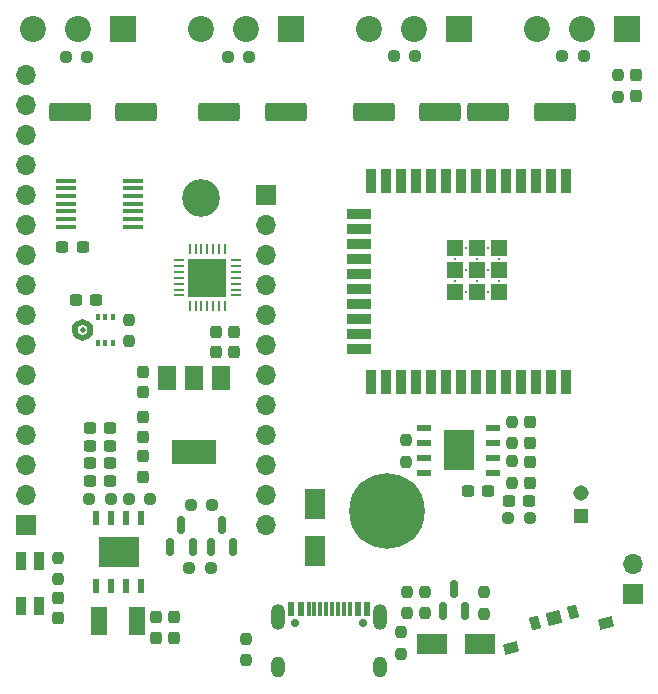
<source format=gbr>
%TF.GenerationSoftware,KiCad,Pcbnew,(6.0.0-0)*%
%TF.CreationDate,2022-02-03T17:18:56+01:00*%
%TF.ProjectId,GlowCore,476c6f77-436f-4726-952e-6b696361645f,rev?*%
%TF.SameCoordinates,Original*%
%TF.FileFunction,Soldermask,Top*%
%TF.FilePolarity,Negative*%
%FSLAX46Y46*%
G04 Gerber Fmt 4.6, Leading zero omitted, Abs format (unit mm)*
G04 Created by KiCad (PCBNEW (6.0.0-0)) date 2022-02-03 17:18:56*
%MOMM*%
%LPD*%
G01*
G04 APERTURE LIST*
G04 Aperture macros list*
%AMRoundRect*
0 Rectangle with rounded corners*
0 $1 Rounding radius*
0 $2 $3 $4 $5 $6 $7 $8 $9 X,Y pos of 4 corners*
0 Add a 4 corners polygon primitive as box body*
4,1,4,$2,$3,$4,$5,$6,$7,$8,$9,$2,$3,0*
0 Add four circle primitives for the rounded corners*
1,1,$1+$1,$2,$3*
1,1,$1+$1,$4,$5*
1,1,$1+$1,$6,$7*
1,1,$1+$1,$8,$9*
0 Add four rect primitives between the rounded corners*
20,1,$1+$1,$2,$3,$4,$5,0*
20,1,$1+$1,$4,$5,$6,$7,0*
20,1,$1+$1,$6,$7,$8,$9,0*
20,1,$1+$1,$8,$9,$2,$3,0*%
%AMRotRect*
0 Rectangle, with rotation*
0 The origin of the aperture is its center*
0 $1 length*
0 $2 width*
0 $3 Rotation angle, in degrees counterclockwise*
0 Add horizontal line*
21,1,$1,$2,0,0,$3*%
G04 Aperture macros list end*
%ADD10C,0.500000*%
%ADD11R,1.800000X2.500000*%
%ADD12RoundRect,0.237500X0.250000X0.237500X-0.250000X0.237500X-0.250000X-0.237500X0.250000X-0.237500X0*%
%ADD13RoundRect,0.237500X-0.250000X-0.237500X0.250000X-0.237500X0.250000X0.237500X-0.250000X0.237500X0*%
%ADD14R,2.200000X2.200000*%
%ADD15C,2.200000*%
%ADD16R,0.900000X1.500000*%
%ADD17RoundRect,0.237500X-0.300000X-0.237500X0.300000X-0.237500X0.300000X0.237500X-0.300000X0.237500X0*%
%ADD18RoundRect,0.237500X0.300000X0.237500X-0.300000X0.237500X-0.300000X-0.237500X0.300000X-0.237500X0*%
%ADD19R,1.500000X2.000000*%
%ADD20R,3.800000X2.000000*%
%ADD21RoundRect,0.150000X0.150000X-0.587500X0.150000X0.587500X-0.150000X0.587500X-0.150000X-0.587500X0*%
%ADD22R,1.700000X1.700000*%
%ADD23O,1.700000X1.700000*%
%ADD24RoundRect,0.250000X1.500000X0.550000X-1.500000X0.550000X-1.500000X-0.550000X1.500000X-0.550000X0*%
%ADD25C,0.500000*%
%ADD26R,0.400000X0.600000*%
%ADD27RotRect,1.200000X0.900000X15.000000*%
%ADD28RotRect,0.800000X1.100000X15.000000*%
%ADD29RotRect,1.200000X1.100000X15.000000*%
%ADD30RoundRect,0.237500X-0.237500X0.250000X-0.237500X-0.250000X0.237500X-0.250000X0.237500X0.250000X0*%
%ADD31C,0.700000*%
%ADD32R,0.600000X1.300000*%
%ADD33R,0.300000X1.300000*%
%ADD34O,1.200000X1.800000*%
%ADD35O,1.200000X2.200000*%
%ADD36RoundRect,0.237500X-0.237500X0.287500X-0.237500X-0.287500X0.237500X-0.287500X0.237500X0.287500X0*%
%ADD37R,1.200000X0.600000*%
%ADD38R,2.500000X3.499873*%
%ADD39C,6.400000*%
%ADD40RoundRect,0.237500X-0.237500X0.300000X-0.237500X-0.300000X0.237500X-0.300000X0.237500X0.300000X0*%
%ADD41R,1.400000X2.400000*%
%ADD42RoundRect,0.237500X0.237500X-0.250000X0.237500X0.250000X-0.237500X0.250000X-0.237500X-0.250000X0*%
%ADD43RoundRect,0.237500X0.237500X-0.300000X0.237500X0.300000X-0.237500X0.300000X-0.237500X-0.300000X0*%
%ADD44R,1.308000X1.308000*%
%ADD45C,1.308000*%
%ADD46R,0.250000X0.900000*%
%ADD47R,0.900000X0.250000*%
%ADD48R,3.250000X3.250000*%
%ADD49R,0.600000X1.200000*%
%ADD50R,3.499873X2.500000*%
%ADD51R,1.676400X0.355600*%
%ADD52R,0.900000X2.000000*%
%ADD53R,2.000000X0.900000*%
%ADD54R,1.330000X1.330000*%
%ADD55C,0.300000*%
%ADD56C,3.200000*%
%ADD57R,2.500000X1.800000*%
G04 APERTURE END LIST*
D10*
%TO.C,MK1*%
X120453200Y-103550300D02*
G75*
G03*
X120453200Y-103550300I-670000J0D01*
G01*
%TD*%
D11*
%TO.C,D1*%
X139479200Y-118304200D03*
X139479200Y-122304200D03*
%TD*%
D12*
%TO.C,R17*%
X130643600Y-123691600D03*
X128818600Y-123691600D03*
%TD*%
D13*
%TO.C,R7*%
X132064300Y-80426200D03*
X133889300Y-80426200D03*
%TD*%
D14*
%TO.C,P1*%
X123172408Y-78103250D03*
D15*
X119362400Y-78103250D03*
X115552392Y-78103250D03*
%TD*%
D16*
%TO.C,SW2*%
X114573800Y-123103200D03*
X114573800Y-126903200D03*
X116073800Y-123103200D03*
X116073800Y-126903200D03*
%TD*%
D17*
%TO.C,C19*%
X119236500Y-100984900D03*
X120961500Y-100984900D03*
%TD*%
%TO.C,C12*%
X120404900Y-113357300D03*
X122129900Y-113357300D03*
%TD*%
D18*
%TO.C,C13*%
X154133900Y-117154600D03*
X152408900Y-117154600D03*
%TD*%
D19*
%TO.C,U6*%
X131543000Y-107578400D03*
X129243000Y-107578400D03*
X126943000Y-107578400D03*
D20*
X129243000Y-113878400D03*
%TD*%
D17*
%TO.C,C2*%
X155863300Y-118018200D03*
X157588300Y-118018200D03*
%TD*%
D21*
%TO.C,Q3*%
X130637200Y-121962100D03*
X132537200Y-121962100D03*
X131587200Y-120087100D03*
%TD*%
D14*
%TO.C,P2*%
X137406408Y-78103250D03*
D15*
X133596400Y-78103250D03*
X129786392Y-78103250D03*
%TD*%
D14*
%TO.C,P4*%
X165874408Y-78103250D03*
D15*
X162064400Y-78103250D03*
X158254392Y-78103250D03*
%TD*%
D12*
%TO.C,R8*%
X162235700Y-80375400D03*
X160410700Y-80375400D03*
%TD*%
D22*
%TO.C,JP2*%
X114993600Y-120104200D03*
D23*
X114993600Y-117564200D03*
X114993600Y-115024200D03*
X114993600Y-112484200D03*
X114993600Y-109944200D03*
X114993600Y-107404200D03*
X114993600Y-104864200D03*
X114993600Y-102324200D03*
X114993600Y-99784200D03*
X114993600Y-97244200D03*
X114993600Y-94704200D03*
X114993600Y-92164200D03*
X114993600Y-89624200D03*
X114993600Y-87084200D03*
X114993600Y-84544200D03*
X114993600Y-82004200D03*
%TD*%
D14*
%TO.C,P3*%
X151640408Y-78103250D03*
D15*
X147830400Y-78103250D03*
X144020392Y-78103250D03*
%TD*%
D22*
%TO.C,J5*%
X166352400Y-125892200D03*
D23*
X166352400Y-123352200D03*
%TD*%
D24*
%TO.C,C7*%
X136970600Y-85125200D03*
X131370600Y-85125200D03*
%TD*%
D25*
%TO.C,MK1*%
X119783200Y-103550300D03*
D26*
X122358200Y-102475300D03*
X121708200Y-102475300D03*
X121058200Y-102475300D03*
X121058200Y-104625300D03*
X121708200Y-104625300D03*
X122358200Y-104625300D03*
%TD*%
D27*
%TO.C,SW1*%
X156039506Y-130455701D03*
X164103117Y-128321885D03*
D28*
X158051170Y-128338913D03*
D29*
X159693268Y-127898914D03*
D28*
X161335366Y-127458915D03*
%TD*%
D30*
%TO.C,R19*%
X165133200Y-81977500D03*
X165133200Y-83802500D03*
%TD*%
D31*
%TO.C,USB1*%
X143563000Y-128391900D03*
X137783000Y-128391900D03*
D32*
X137473000Y-127151900D03*
X138273000Y-127151900D03*
D33*
X139423000Y-127151900D03*
X140423000Y-127151900D03*
X140923000Y-127151900D03*
X141923000Y-127151900D03*
D32*
X143873000Y-127151900D03*
X143073000Y-127151900D03*
D33*
X142423000Y-127151900D03*
X141423000Y-127151900D03*
X139923000Y-127151900D03*
X138923000Y-127151900D03*
D34*
X136353000Y-132071900D03*
X144993000Y-132071900D03*
D35*
X144993000Y-127891900D03*
X136353000Y-127891900D03*
%TD*%
D13*
%TO.C,R6*%
X118348300Y-80426200D03*
X120173300Y-80426200D03*
%TD*%
D36*
%TO.C,D3*%
X157665600Y-111352000D03*
X157665600Y-113102000D03*
%TD*%
D37*
%TO.C,U4*%
X148712094Y-111845996D03*
X148712094Y-113115999D03*
X148712094Y-114386001D03*
X148712094Y-115656004D03*
X154528706Y-115656004D03*
X154528706Y-114386001D03*
X154528706Y-113115999D03*
X154528706Y-111845996D03*
D38*
X151620400Y-113751000D03*
%TD*%
D39*
%TO.C,H2*%
X145524400Y-118907200D03*
%TD*%
D40*
%TO.C,C17*%
X124874200Y-110907300D03*
X124874200Y-112632300D03*
%TD*%
%TO.C,C20*%
X132570400Y-103719100D03*
X132570400Y-105444100D03*
%TD*%
D30*
%TO.C,R16*%
X123705800Y-102688600D03*
X123705800Y-104513600D03*
%TD*%
D41*
%TO.C,L1*%
X124384900Y-128216300D03*
X121184900Y-128216300D03*
%TD*%
D13*
%TO.C,R18*%
X128947500Y-118332200D03*
X130772500Y-118332200D03*
%TD*%
D30*
%TO.C,R20*%
X117736800Y-122846100D03*
X117736800Y-124671100D03*
%TD*%
D24*
%TO.C,C9*%
X159754400Y-85125200D03*
X154154400Y-85125200D03*
%TD*%
D36*
%TO.C,D2*%
X157640200Y-114730200D03*
X157640200Y-116480200D03*
%TD*%
D42*
%TO.C,R4*%
X156116200Y-113125500D03*
X156116200Y-111300500D03*
%TD*%
D13*
%TO.C,R5*%
X120354900Y-117853100D03*
X122179900Y-117853100D03*
%TD*%
D30*
%TO.C,R3*%
X156116200Y-114667300D03*
X156116200Y-116492300D03*
%TD*%
D43*
%TO.C,C16*%
X124874200Y-108822300D03*
X124874200Y-107097300D03*
%TD*%
D40*
%TO.C,C3*%
X127541200Y-127887200D03*
X127541200Y-129612200D03*
%TD*%
D36*
%TO.C,D5*%
X166682600Y-81989600D03*
X166682600Y-83739600D03*
%TD*%
D43*
%TO.C,C15*%
X131071800Y-105444100D03*
X131071800Y-103719100D03*
%TD*%
D44*
%TO.C,JST_lipo1*%
X162006300Y-119323000D03*
D45*
X162006300Y-117323000D03*
%TD*%
D12*
%TO.C,R9*%
X147960900Y-80375400D03*
X146135900Y-80375400D03*
%TD*%
D22*
%TO.C,JP1*%
X135313600Y-92164200D03*
D23*
X135313600Y-94704200D03*
X135313600Y-97244200D03*
X135313600Y-99784200D03*
X135313600Y-102324200D03*
X135313600Y-104864200D03*
X135313600Y-107404200D03*
X135313600Y-109944200D03*
X135313600Y-112484200D03*
X135313600Y-115024200D03*
X135313600Y-117564200D03*
X135313600Y-120104200D03*
%TD*%
D42*
%TO.C,R13*%
X148790800Y-127543600D03*
X148790800Y-125718600D03*
%TD*%
D46*
%TO.C,U5*%
X128852801Y-101528413D03*
X129352801Y-101528413D03*
X129852801Y-101528413D03*
X130352801Y-101528413D03*
X130852800Y-101528413D03*
X131352800Y-101528413D03*
X131852800Y-101528413D03*
D47*
X132752814Y-100628399D03*
X132752814Y-100128399D03*
X132752814Y-99628399D03*
X132752814Y-99128399D03*
X132752814Y-98628400D03*
X132752814Y-98128400D03*
X132752814Y-97628400D03*
D46*
X131852800Y-96728386D03*
X131352800Y-96728386D03*
X130852800Y-96728386D03*
X130352801Y-96728386D03*
X129852801Y-96728386D03*
X129352801Y-96728386D03*
X128852801Y-96728386D03*
D47*
X127952787Y-97628400D03*
X127952787Y-98128400D03*
X127952787Y-98628400D03*
X127952787Y-99128399D03*
X127952787Y-99628399D03*
X127952787Y-100128399D03*
X127952787Y-100628399D03*
D48*
X130352800Y-99128400D03*
%TD*%
D24*
%TO.C,C6*%
X124346800Y-85125200D03*
X118746800Y-85125200D03*
%TD*%
D21*
%TO.C,Q1*%
X150304600Y-127340000D03*
X152204600Y-127340000D03*
X151254600Y-125465000D03*
%TD*%
D13*
%TO.C,R10*%
X123707700Y-117853100D03*
X125532700Y-117853100D03*
%TD*%
D49*
%TO.C,U1*%
X120937196Y-125257206D03*
X122207199Y-125257206D03*
X123477201Y-125257206D03*
X124747204Y-125257206D03*
X124747204Y-119440594D03*
X123477201Y-119440594D03*
X122207199Y-119440594D03*
X120937196Y-119440594D03*
D50*
X122842200Y-122348900D03*
%TD*%
D24*
%TO.C,C8*%
X150077000Y-85125200D03*
X144477000Y-85125200D03*
%TD*%
D51*
%TO.C,U3*%
X124037100Y-94796801D03*
X124037100Y-94146800D03*
X124037100Y-93496799D03*
X124037100Y-92846800D03*
X124037100Y-92196801D03*
X124037100Y-91546800D03*
X124037100Y-90896801D03*
X118398300Y-90896799D03*
X118398300Y-91546800D03*
X118398300Y-92196799D03*
X118398300Y-92846800D03*
X118398300Y-93496799D03*
X118398300Y-94146800D03*
X118398300Y-94796799D03*
%TD*%
D17*
%TO.C,C10*%
X120403800Y-116354500D03*
X122128800Y-116354500D03*
%TD*%
D40*
%TO.C,C1*%
X126042600Y-127886100D03*
X126042600Y-129611100D03*
%TD*%
D17*
%TO.C,C11*%
X120403800Y-114855900D03*
X122128800Y-114855900D03*
%TD*%
D40*
%TO.C,C5*%
X124874200Y-114234700D03*
X124874200Y-115959700D03*
%TD*%
D21*
%TO.C,Q2*%
X127200800Y-121952900D03*
X129100800Y-121952900D03*
X128150800Y-120077900D03*
%TD*%
D43*
%TO.C,C18*%
X117736800Y-127973900D03*
X117736800Y-126248900D03*
%TD*%
D52*
%TO.C,U2*%
X160680800Y-90976200D03*
X159410800Y-90976200D03*
X158140800Y-90976200D03*
X156870800Y-90976200D03*
X155600800Y-90976200D03*
X154330800Y-90976200D03*
X153060800Y-90976200D03*
X151790800Y-90976200D03*
X150520800Y-90976200D03*
X149250800Y-90976200D03*
X147980800Y-90976200D03*
X146710800Y-90976200D03*
X145440800Y-90976200D03*
X144170800Y-90976200D03*
D53*
X143170800Y-93761200D03*
X143170800Y-95031200D03*
X143170800Y-96301200D03*
X143170800Y-97571200D03*
X143170800Y-98841200D03*
X143170800Y-100111200D03*
X143170800Y-101381200D03*
X143170800Y-102651200D03*
X143170800Y-103921200D03*
X143170800Y-105191200D03*
D52*
X144170800Y-107976200D03*
X145440800Y-107976200D03*
X146710800Y-107976200D03*
X147980800Y-107976200D03*
X149250800Y-107976200D03*
X150520800Y-107976200D03*
X151790800Y-107976200D03*
X153060800Y-107976200D03*
X154330800Y-107976200D03*
X155600800Y-107976200D03*
X156870800Y-107976200D03*
X158140800Y-107976200D03*
X159410800Y-107976200D03*
X160680800Y-107976200D03*
D54*
X155015800Y-96641200D03*
X155015800Y-98476200D03*
X155015800Y-100311200D03*
X153180800Y-96641200D03*
X153180800Y-98476200D03*
X153180800Y-100311200D03*
X151345800Y-96641200D03*
X151345800Y-98476200D03*
X151345800Y-100311200D03*
D55*
X155015800Y-97558700D03*
X155015800Y-99393700D03*
X154098300Y-96641200D03*
X154098300Y-98476200D03*
X154098300Y-100311200D03*
X153180800Y-97558700D03*
X153180800Y-99393700D03*
X152263300Y-96641200D03*
X152263300Y-98476200D03*
X152263300Y-100311200D03*
X151345800Y-97558700D03*
X151345800Y-99393700D03*
%TD*%
D56*
%TO.C,H1*%
X129776400Y-92389600D03*
%TD*%
D42*
%TO.C,R15*%
X153743800Y-127594400D03*
X153743800Y-125769400D03*
%TD*%
D18*
%TO.C,C4*%
X119794200Y-96529800D03*
X118069200Y-96529800D03*
%TD*%
D30*
%TO.C,R14*%
X147150000Y-112889300D03*
X147150000Y-114714300D03*
%TD*%
D42*
%TO.C,R1*%
X146743600Y-130970300D03*
X146743600Y-129145300D03*
%TD*%
D17*
%TO.C,C14*%
X120404900Y-111858700D03*
X122129900Y-111858700D03*
%TD*%
D13*
%TO.C,R11*%
X155813300Y-119491400D03*
X157638300Y-119491400D03*
%TD*%
D30*
%TO.C,R12*%
X147266800Y-125718600D03*
X147266800Y-127543600D03*
%TD*%
%TO.C,R2*%
X133586400Y-129678700D03*
X133586400Y-131503700D03*
%TD*%
D57*
%TO.C,D4*%
X153400400Y-130161700D03*
X149400400Y-130161700D03*
%TD*%
M02*

</source>
